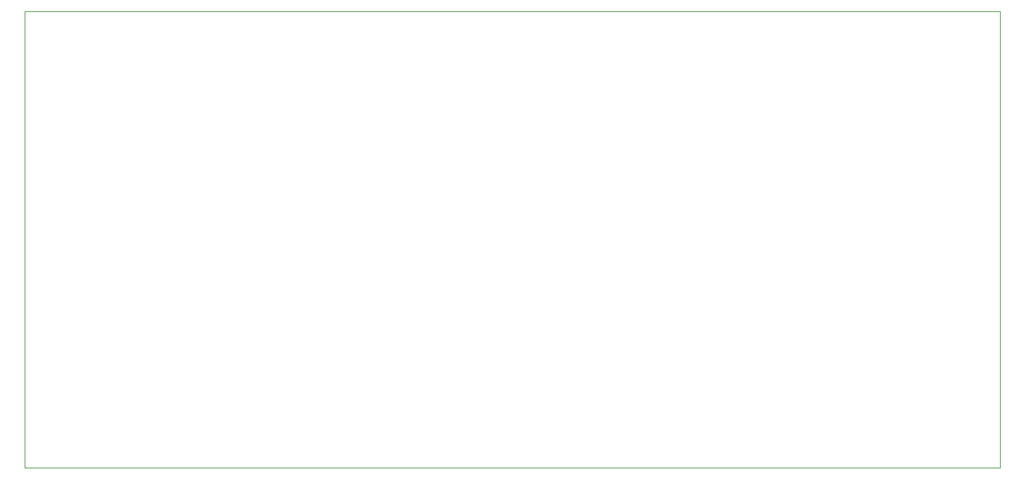
<source format=gbr>
%TF.GenerationSoftware,KiCad,Pcbnew,8.0.7*%
%TF.CreationDate,2025-01-06T21:25:14-08:00*%
%TF.ProjectId,Keyboard V1,4b657962-6f61-4726-9420-56312e6b6963,rev?*%
%TF.SameCoordinates,Original*%
%TF.FileFunction,Profile,NP*%
%FSLAX46Y46*%
G04 Gerber Fmt 4.6, Leading zero omitted, Abs format (unit mm)*
G04 Created by KiCad (PCBNEW 8.0.7) date 2025-01-06 21:25:14*
%MOMM*%
%LPD*%
G01*
G04 APERTURE LIST*
%TA.AperFunction,Profile*%
%ADD10C,0.050000*%
%TD*%
G04 APERTURE END LIST*
D10*
X107188000Y-65024000D02*
X231025000Y-65024000D01*
X231025000Y-122982990D01*
X107188000Y-122982990D01*
X107188000Y-65024000D01*
M02*

</source>
